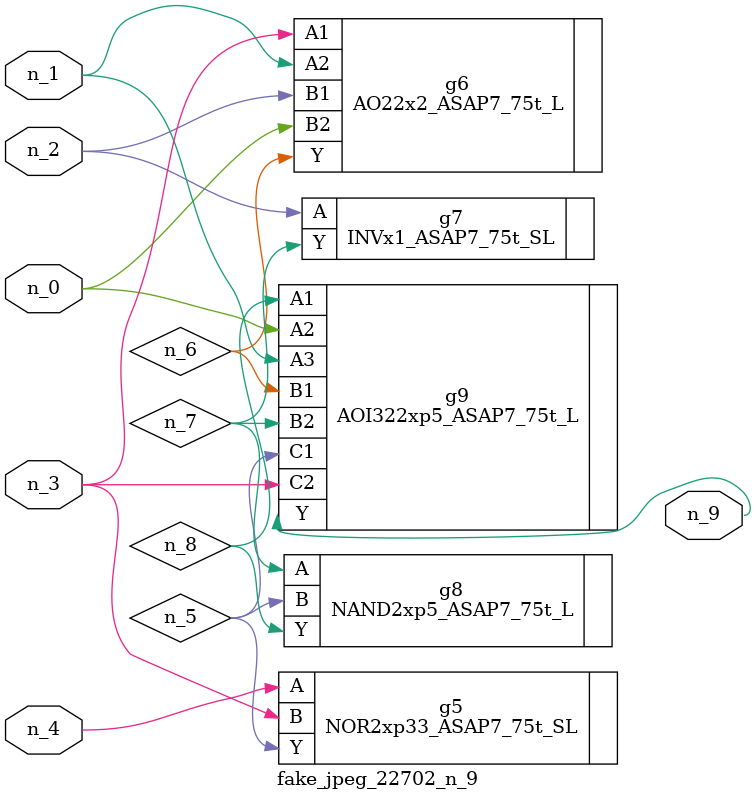
<source format=v>
module fake_jpeg_22702_n_9 (n_3, n_2, n_1, n_0, n_4, n_9);

input n_3;
input n_2;
input n_1;
input n_0;
input n_4;

output n_9;

wire n_8;
wire n_6;
wire n_5;
wire n_7;

NOR2xp33_ASAP7_75t_SL g5 ( 
.A(n_4),
.B(n_3),
.Y(n_5)
);

AO22x2_ASAP7_75t_L g6 ( 
.A1(n_3),
.A2(n_1),
.B1(n_2),
.B2(n_0),
.Y(n_6)
);

INVx1_ASAP7_75t_SL g7 ( 
.A(n_2),
.Y(n_7)
);

NAND2xp5_ASAP7_75t_L g8 ( 
.A(n_7),
.B(n_5),
.Y(n_8)
);

AOI322xp5_ASAP7_75t_L g9 ( 
.A1(n_8),
.A2(n_0),
.A3(n_1),
.B1(n_6),
.B2(n_7),
.C1(n_5),
.C2(n_3),
.Y(n_9)
);


endmodule
</source>
